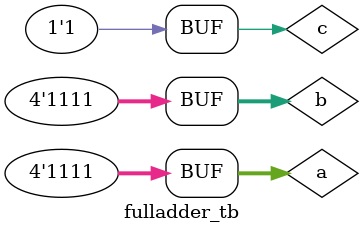
<source format=v>
module fulladder_tb();
reg [3:0]a,b;
reg c;
wire [3:0]s;
wire cout;

fulladd r1(a,b,c,s,cout);
initial
begin
a=4'b0000;
b=4'b1111;
c=1;
#10
a=4'b1111;
b=4'b1111;
c=1;
end

initial
begin
$monitor($time," %b, %b, %b, %b, %b ",a,b,c,s,cout);

end
endmodule

</source>
